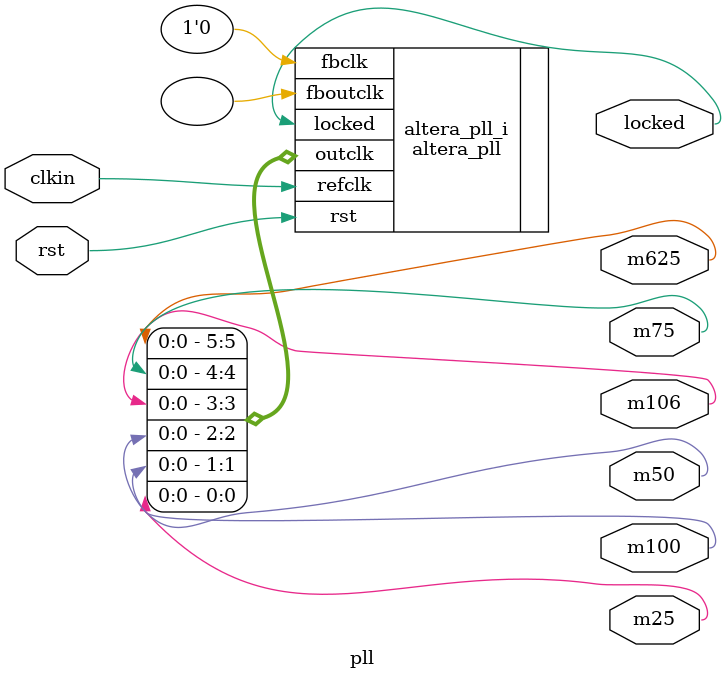
<source format=v>


module  pll(

    input wire clkin,
    input wire rst,

    output wire m625,
    output wire m25,
    output wire m50,
    output wire m75,
    output wire m100,
    output wire m106,

    output wire locked
);

altera_pll #(
    .fractional_vco_multiplier("false"),
    .reference_clock_frequency("50.0 MHz"),
    .operation_mode("normal"),
    .number_of_clocks(6),
    .output_clock_frequency0("25.0 MHz"),
    .phase_shift0("0 ps"),
    .duty_cycle0(50),
    .output_clock_frequency1("100.0 MHz"),
    .phase_shift1("0 ps"),
    .duty_cycle1(50),
    .output_clock_frequency2("50.0 MHz"),
    .phase_shift2("0 ps"),
    .duty_cycle2(50),
    .output_clock_frequency3("106.0 MHz"),
    .phase_shift3("0 ps"),
    .duty_cycle3(50),
    .output_clock_frequency4("75.0 MHz"),
    .phase_shift4("0 ps"),
    .duty_cycle4(50),
    .output_clock_frequency5("6.25 MHz"),
    .phase_shift5("0 ps"),
    .duty_cycle5(50),
    .output_clock_frequency6("0 MHz"),
    .phase_shift6("0 ps"),
    .duty_cycle6(50),
    .output_clock_frequency7("0 MHz"),
    .phase_shift7("0 ps"),
    .duty_cycle7(50),
    .output_clock_frequency8("0 MHz"),
    .phase_shift8("0 ps"),
    .duty_cycle8(50),
    .output_clock_frequency9("0 MHz"),
    .phase_shift9("0 ps"),
    .duty_cycle9(50),
    .output_clock_frequency10("0 MHz"),
    .phase_shift10("0 ps"),
    .duty_cycle10(50),
    .output_clock_frequency11("0 MHz"),
    .phase_shift11("0 ps"),
    .duty_cycle11(50),
    .output_clock_frequency12("0 MHz"),
    .phase_shift12("0 ps"),
    .duty_cycle12(50),
    .output_clock_frequency13("0 MHz"),
    .phase_shift13("0 ps"),
    .duty_cycle13(50),
    .output_clock_frequency14("0 MHz"),
    .phase_shift14("0 ps"),
    .duty_cycle14(50),
    .output_clock_frequency15("0 MHz"),
    .phase_shift15("0 ps"),
    .duty_cycle15(50),
    .output_clock_frequency16("0 MHz"),
    .phase_shift16("0 ps"),
    .duty_cycle16(50),
    .output_clock_frequency17("0 MHz"),
    .phase_shift17("0 ps"),
    .duty_cycle17(50),
    .pll_type("General"),
    .pll_subtype("General")
)
altera_pll_i (
    .rst    (rst),
    .outclk ({m625, m75, m106, m50, m100, m25}),
    .locked (locked),
    .fboutclk ( ),
    .fbclk  (1'b0),
    .refclk (clkin)
);

endmodule

</source>
